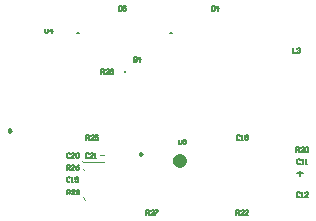
<source format=gto>
%FSTAX23Y23*%
%MOIN*%
%SFA1B1*%

%IPPOS*%
%ADD10C,0.023620*%
%ADD11C,0.009840*%
%ADD12C,0.007870*%
%ADD13C,0.003000*%
%ADD14C,0.006000*%
%LNboost-shield-v1.5-1*%
%LPD*%
G36*
X00528Y00512D02*
X00527D01*
X00526Y00512*
X00525Y00511*
X00524Y00509*
Y00509*
Y00508*
X00525Y00506*
X00526Y00505*
X00527Y00505*
X00528*
X00529*
X0053Y00505*
X00532Y00506*
X00532Y00508*
Y00509*
Y00509*
X00532Y00511*
X0053Y00512*
X00529Y00512*
X00528*
G37*
G54D10*
X00723Y00214D02*
X00718Y00223D01*
X00708Y00225*
X007Y00219*
Y00208*
X00708Y00202*
X00718Y00204*
X00723Y00214*
G54D11*
X00584Y00235D02*
X00577Y00239D01*
Y0023*
X00584Y00235*
X0015Y00313D02*
X00142Y00317D01*
Y00308*
X0015Y00313*
G54D12*
X00376Y00638D02*
X00368D01*
X00376*
X00686D02*
X00678D01*
X00686*
X01103Y0017D02*
X01123D01*
X01113Y0016D02*
Y00179D01*
G54D13*
X00387Y00208D02*
X0046D01*
X00385Y0021D02*
X00387Y00208D01*
X00445Y0023D02*
X0046D01*
X0039Y00185D02*
X00393Y00182D01*
X00387Y00092D02*
X00396Y00083D01*
G54D14*
X00707Y00282D02*
Y0027D01*
X0071Y00267*
X00715*
X00717Y0027*
Y00282*
X00732D02*
X00722D01*
Y00275*
X00727Y00277*
X0073*
X00732Y00275*
Y0027*
X0073Y00267*
X00725*
X00722Y0027*
X00262Y00652D02*
Y0064D01*
X00265Y00637*
X0027*
X00272Y0064*
Y00652*
X00285Y00637D02*
Y00652D01*
X00277Y00645*
X00287*
X0045Y00502D02*
Y00517D01*
X00457*
X0046Y00515*
Y0051*
X00457Y00507*
X0045*
X00455D02*
X0046Y00502D01*
X00475D02*
X00465D01*
X00475Y00512*
Y00515*
X00472Y00517*
X00467*
X00465Y00515*
X0048D02*
X00482Y00517D01*
X00487*
X00489Y00515*
Y00512*
X00487Y0051*
X00489Y00507*
Y00505*
X00487Y00502*
X00482*
X0048Y00505*
Y00507*
X00482Y0051*
X0048Y00512*
Y00515*
X00482Y0051D02*
X00487D01*
X006Y00032D02*
Y00047D01*
X00607*
X0061Y00045*
Y0004*
X00607Y00037*
X006*
X00605D02*
X0061Y00032D01*
X00625D02*
X00615D01*
X00625Y00042*
Y00045*
X00622Y00047*
X00617*
X00615Y00045*
X0063Y00047D02*
X00639D01*
Y00045*
X0063Y00035*
Y00032*
X00335Y00182D02*
Y00197D01*
X00342*
X00345Y00195*
Y0019*
X00342Y00187*
X00335*
X0034D02*
X00345Y00182D01*
X0036D02*
X0035D01*
X0036Y00192*
Y00195*
X00357Y00197*
X00352*
X0035Y00195*
X00374Y00197D02*
X00369Y00195D01*
X00365Y0019*
Y00185*
X00367Y00182*
X00372*
X00374Y00185*
Y00187*
X00372Y0019*
X00365*
X004Y00282D02*
Y00297D01*
X00407*
X0041Y00295*
Y0029*
X00407Y00287*
X004*
X00405D02*
X0041Y00282D01*
X00425D02*
X00415D01*
X00425Y00292*
Y00295*
X00422Y00297*
X00417*
X00415Y00295*
X00439Y00297D02*
X0043D01*
Y0029*
X00434Y00292*
X00437*
X00439Y0029*
Y00285*
X00437Y00282*
X00432*
X0043Y00285*
X00336Y001D02*
Y00115D01*
X00343*
X00346Y00113*
Y00108*
X00343Y00105*
X00336*
X00341D02*
X00346Y001D01*
X00361D02*
X00351D01*
X00361Y0011*
Y00113*
X00358Y00115*
X00353*
X00351Y00113*
X00366D02*
X00368Y00115D01*
X00373*
X00375Y00113*
Y0011*
X00373Y00108*
X0037*
X00373*
X00375Y00105*
Y00103*
X00373Y001*
X00368*
X00366Y00103*
X009Y00032D02*
Y00047D01*
X00907*
X0091Y00045*
Y0004*
X00907Y00037*
X009*
X00905D02*
X0091Y00032D01*
X00925D02*
X00915D01*
X00925Y00042*
Y00045*
X00922Y00047*
X00917*
X00915Y00045*
X00939Y00032D02*
X0093D01*
X00939Y00042*
Y00045*
X00937Y00047*
X00932*
X0093Y00045*
X011Y00242D02*
Y00257D01*
X01107*
X0111Y00255*
Y0025*
X01107Y00247*
X011*
X01105D02*
X0111Y00242D01*
X01125D02*
X01115D01*
X01125Y00252*
Y00255*
X01122Y00257*
X01117*
X01115Y00255*
X0113D02*
X01132Y00257D01*
X01137*
X01139Y00255*
Y00245*
X01137Y00242*
X01132*
X0113Y00245*
Y00255*
X00567Y00545D02*
Y00555D01*
X00565Y00557*
X0056*
X00557Y00555*
Y00545*
X0056Y00542*
X00565*
X00562Y00547D02*
X00567Y00542D01*
X00565D02*
X00567Y00545D01*
X0058Y00542D02*
Y00557D01*
X00572Y0055*
X00582*
X01087Y00587D02*
Y00572D01*
X01097*
X01102Y00585D02*
X01105Y00587D01*
X0111*
X01112Y00585*
Y00582*
X0111Y0058*
X01107*
X0111*
X01112Y00577*
Y00575*
X0111Y00572*
X01105*
X01102Y00575*
X00507Y00727D02*
Y00712D01*
X00515*
X00517Y00715*
Y00725*
X00515Y00727*
X00507*
X00532D02*
X00522D01*
Y0072*
X00527Y00722*
X0053*
X00532Y0072*
Y00715*
X0053Y00712*
X00525*
X00522Y00715*
X00817Y00727D02*
Y00712D01*
X00825*
X00827Y00715*
Y00725*
X00825Y00727*
X00817*
X0084Y00712D02*
Y00727D01*
X00832Y0072*
X00842*
X00407Y00235D02*
X00405Y00237D01*
X004*
X00397Y00235*
Y00225*
X004Y00222*
X00405*
X00407Y00225*
X00422Y00222D02*
X00412D01*
X00422Y00232*
Y00235*
X0042Y00237*
X00415*
X00412Y00235*
X00427Y00222D02*
X00432D01*
X0043*
Y00237*
X00427Y00235*
X00345D02*
X00342Y00237D01*
X00337*
X00335Y00235*
Y00225*
X00337Y00222*
X00342*
X00345Y00225*
X0036Y00222D02*
X0035D01*
X0036Y00232*
Y00235*
X00357Y00237*
X00352*
X0035Y00235*
X00365D02*
X00367Y00237D01*
X00372*
X00374Y00235*
Y00225*
X00372Y00222*
X00367*
X00365Y00225*
Y00235*
X00346Y00155D02*
X00343Y00157D01*
X00338*
X00336Y00155*
Y00145*
X00338Y00142*
X00343*
X00346Y00145*
X00351Y00142D02*
X00356D01*
X00353*
Y00157*
X00351Y00155*
X00363Y00145D02*
X00366Y00142D01*
X00371*
X00373Y00145*
Y00155*
X00371Y00157*
X00366*
X00363Y00155*
Y00152*
X00366Y0015*
X00373*
X00911Y00295D02*
X00908Y00297D01*
X00903*
X00901Y00295*
Y00285*
X00903Y00282*
X00908*
X00911Y00285*
X00916Y00282D02*
X00921D01*
X00918*
Y00297*
X00916Y00295*
X00928D02*
X00931Y00297D01*
X00936*
X00938Y00295*
Y00292*
X00936Y0029*
X00938Y00287*
Y00285*
X00936Y00282*
X00931*
X00928Y00285*
Y00287*
X00931Y0029*
X00928Y00292*
Y00295*
X00931Y0029D02*
X00936D01*
X01111Y00105D02*
X01108Y00107D01*
X01103*
X01101Y00105*
Y00095*
X01103Y00092*
X01108*
X01111Y00095*
X01116Y00092D02*
X01121D01*
X01118*
Y00107*
X01116Y00105*
X01138Y00092D02*
X01128D01*
X01138Y00102*
Y00105*
X01136Y00107*
X01131*
X01128Y00105*
X01113Y00215D02*
X01111Y00217D01*
X01106*
X01103Y00215*
Y00205*
X01106Y00202*
X01111*
X01113Y00205*
X01118Y00202D02*
X01123D01*
X01121*
Y00217*
X01118Y00215*
X01131Y00202D02*
X01136D01*
X01133*
Y00217*
X01131Y00215*
M02*
</source>
